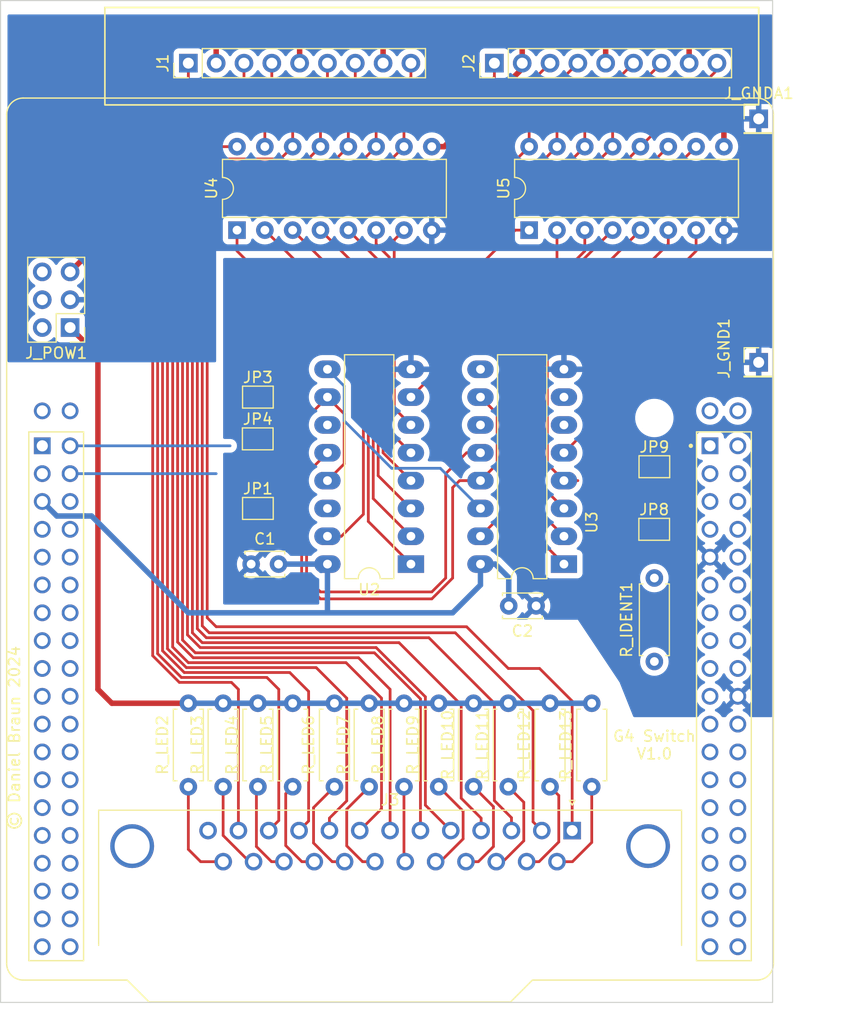
<source format=kicad_pcb>
(kicad_pcb (version 20221018) (generator pcbnew)
  (layers (0 "F.Cu" signal) (31 "B.Cu" signal) (34 "B.Paste" user) (35 "F.Paste" user) (36 "B.SilkS" user "B.Silkscreen") (37 "F.SilkS" user "F.Silkscreen") (38 "B.Mask" user) (39 "F.Mask" user) (44 "Edge.Cuts" user))
  (net 0 "")
  (net 1 "GND")
  (net 2 "5VCPU")
  (net 3 "3V3")
  (net 4 "12V")
  (net 5 "5V")
  (net 6 "GS0")
  (net 7 "GS1")
  (net 8 "GS2")
  (net 9 "GS3")
  (net 12 "GS4")
  (net 13 "GS5")
  (net 14 "GS6")
  (net 15 "GS7")
  (net 16 "GS8")
  (net 18 "GS9")
  (net 19 "GS10")
  (net 20 "GS11")
  (net 21 "GS13")
  (net 22 "GS12")
  (net 24 "Net-(J3-P14)")
  (net 25 "Net-(J3-P15)")
  (net 26 "Net-(J3-P16)")
  (net 27 "Net-(J3-P17)")
  (net 28 "Net-(J3-P18)")
  (net 29 "Net-(J3-P19)")
  (net 30 "Net-(J3-P20)")
  (net 31 "Net-(J3-P21)")
  (net 32 "Net-(J3-P22)")
  (net 33 "5VCPU_IN")
  (net 34 "SPI3_SCK")
  (net 35 "SPI3_MOSI")
  (net 36 "SWDIO")
  (net 39 "SWDCLK")
  (net 41 "I2C1_SCL")
  (net 43 "I2C1_SDA")
  (net 44 "ADC2_IN1")
  (net 45 "ADC2_IN2")
  (net 50 "PWM_2_1")
  (net 52 "PWM_3_0")
  (net 54 "ADC2_IN8")
  (net 56 "ADC2_IN7")
  (net 57 "PWM_1_1")
  (net 58 "ADC2_IN6")
  (net 59 "I2C3_SDA")
  (net 60 "I2C3_SCL")
  (net 62 "PWM_2_0")
  (net 63 "LD2")
  (net 64 "CAN_TX")
  (net 67 "ADC2_IN3")
  (net 68 "CAN_RX")
  (net 69 "ADC2_IN4")
  (net 70 "TIM2_CH4")
  (net 71 "PWM_0_1")
  (net 75 "EECS")
  (net 76 "PWM_0_0")
  (net 77 "PWM_3_1")
  (net 78 "TIM2_CH3")
  (net 79 "SPI2_MOSI")
  (net 80 "SPI2_MISO")
  (net 81 "SPI2_SCK")
  (net 83 "SWO")
  (net 84 "PWM_1_0")
  (net 86 "ADC2_IN5")
  (net 87 "Net-(J3-P23)")
  (net 90 "Net-(J3-P24)")
  (net 91 "Net-(J3-P25)")
  (net 92 "ASENSE")
  (net 93 "S_VALID")
  (net 94 "S_CLR")
  (net 95 "POW_CTRL")
  (net 96 "Net-(JP8-A)")
  (net 97 "GNDA")
  (net 98 "S_IN")
  (net 99 "Net-(U2-QB)")
  (net 100 "Net-(U2-QC)")
  (net 101 "Net-(U2-QD)")
  (net 102 "Net-(U2-QE)")
  (net 103 "Net-(U2-QF)")
  (net 104 "SPI3_CLK")
  (net 105 "Net-(JP1-B)")
  (net 106 "Net-(U2-QA)")
  (net 107 "SER0")
  (net 108 "SER1")
  (net 109 "SER2")
  (net 110 "SER3")
  (net 111 "Net-(U3-QB)")
  (net 112 "Net-(U3-QC)")
  (net 113 "Net-(U3-QD)")
  (net 114 "Net-(U3-QE)")
  (net 115 "Net-(U3-QF)")
  (net 116 "Net-(U3-QA)")
  (net 117 "Net-(U2-QG)")
  (net 118 "Net-(U2-QH)")
  (net 119 "Net-(U2-QH')")
  (footprint "Jumper:SolderJumper-2_P1.3mm_Open_Pad1.0x1.5mm" (layer "F.Cu") (at 115.555 83.82)
    (fp_text reference "JP4")
    (fp_text value "SolderJumper_2_Open" hide)
  )
  (footprint "Resistor_THT:R_Axial_DIN0207_L6.3mm_D2.5mm_P7.62mm_Horizontal" (layer "F.Cu") (at 109.22 115.57 90)
    (fp_text reference "R_LED2")
    (fp_text value "~")
  )
  (footprint "Resistor_THT:R_Axial_DIN0207_L6.3mm_D2.5mm_P7.62mm_Horizontal" (layer "F.Cu") (at 151.765 96.52 -90)
    (fp_text reference "R_IDENT1")
    (fp_text value "~")
  )
  (footprint "Jumper:SolderJumper-2_P1.3mm_Open_Pad1.0x1.5mm" (layer "F.Cu") (at 115.57 80.01)
    (fp_text reference "JP3")
    (fp_text value "SolderJumper_2_Open" hide)
  )
  (footprint "Resistor_THT:R_Axial_DIN0207_L6.3mm_D2.5mm_P7.62mm_Horizontal" (layer "F.Cu") (at 142.24 115.57 90)
    (fp_text reference "R_LED12")
    (fp_text value "~")
  )
  (footprint "Resistor_THT:R_Axial_DIN0207_L6.3mm_D2.5mm_P7.62mm_Horizontal" (layer "F.Cu") (at 115.57 115.57 90)
    (fp_text reference "R_LED4")
    (fp_text value "~")
  )
  (footprint "Package_DIP:DIP-16_W7.62mm" (layer "F.Cu") (at 140.335 64.77 90)
    (fp_text reference "U5")
    (fp_text value "ULN2003A")
  )
  (footprint "Resistor_THT:R_Axial_DIN0207_L6.3mm_D2.5mm_P7.62mm_Horizontal" (layer "F.Cu") (at 128.905 115.57 90)
    (fp_text reference "R_LED8")
    (fp_text value "~")
  )
  (footprint "G4Lib:MODULE_NUCLEO-G491RE20noar" (layer "F.Cu") (at 127.635 93.965)
    (fp_text reference "U1" hide)
    (fp_text value "NUCLEO-G491RE" hide)
  )
  (footprint "Connector_Dsub:DSUB-25_Female_Horizontal_P2.77x2.84mm_EdgePinOffset7.70mm_Housed_MountingHolesOffset9.12mm" (layer "F.Cu") (at 144.26 119.569669)
    (fp_text reference "J3")
    (fp_text value "DB25_Plug")
  )
  (footprint "Connector_PinHeader_2.54mm:PinHeader_1x01_P2.54mm_Vertical" (layer "F.Cu") (at 161.29 54.61)
    (fp_text reference "J_GNDA1")
    (fp_text value "Conn_01x01_Female")
  )
  (footprint "Capacitor_THT:C_Disc_D3.4mm_W2.1mm_P2.50mm" (layer "F.Cu") (at 114.955 95.25)
    (fp_text reference "C1")
    (fp_text value "C")
  )
  (footprint "Resistor_THT:R_Axial_DIN0207_L6.3mm_D2.5mm_P7.62mm_Horizontal" (layer "F.Cu") (at 132.08 115.57 90)
    (fp_text reference "R_LED9")
    (fp_text value "~")
  )
  (footprint "Jumper:SolderJumper-2_P1.3mm_Open_Pad1.0x1.5mm" (layer "F.Cu") (at 151.765 86.36)
    (fp_text reference "JP9")
    (fp_text value "SolderJumper_2_Open" hide)
  )
  (footprint "Jumper:SolderJumper-2_P1.3mm_Open_Pad1.0x1.5mm" (layer "F.Cu") (at 151.75 92.075)
    (fp_text reference "JP8")
    (fp_text value "SolderJumper_2_Open" hide)
  )
  (footprint "Connector_PinHeader_2.54mm:PinHeader_1x09_P2.54mm_Vertical" (layer "F.Cu") (at 137.16 49.53 90)
    (fp_text reference "J2")
    (fp_text value "Conn_01x09_Socket" hide)
  )
  (footprint "Capacitor_THT:C_Disc_D3.4mm_W2.1mm_P2.50mm" (layer "F.Cu") (at 140.97 99.06 180)
    (fp_text reference "C2")
    (fp_text value "C")
  )
  (footprint "Package_DIP:DIP-16_W7.62mm_LongPads" (layer "F.Cu") (at 129.54 95.25 180)
    (fp_text reference "U2")
    (fp_text value "74HC594")
  )
  (footprint "Package_DIP:DIP-16_W7.62mm_LongPads" (layer "F.Cu") (at 143.51 95.25 180)
    (fp_text reference "U3")
    (fp_text value "74HC594")
  )
  (footprint "Resistor_THT:R_Axial_DIN0207_L6.3mm_D2.5mm_P7.62mm_Horizontal" (layer "F.Cu") (at 146.05 115.57 90)
    (fp_text reference "R_LED13")
    (fp_text value "~")
  )
  (footprint "Resistor_THT:R_Axial_DIN0207_L6.3mm_D2.5mm_P7.62mm_Horizontal" (layer "F.Cu") (at 118.745 115.57 90)
    (fp_text reference "R_LED5")
    (fp_text value "~")
  )
  (footprint "Resistor_THT:R_Axial_DIN0207_L6.3mm_D2.5mm_P7.62mm_Horizontal" (layer "F.Cu") (at 135.255 115.57 90)
    (fp_text reference "R_LED10")
    (fp_text value "~")
  )
  (footprint "Resistor_THT:R_Axial_DIN0207_L6.3mm_D2.5mm_P7.62mm_Horizontal" (layer "F.Cu") (at 125.73 115.57 90)
    (fp_text reference "R_LED7")
    (fp_text value "~")
  )
  (footprint "Resistor_THT:R_Axial_DIN0207_L6.3mm_D2.5mm_P7.62mm_Horizontal" (layer "F.Cu") (at 138.43 115.57 90)
    (fp_text reference "R_LED11")
    (fp_text value "~")
  )
  (footprint "Jumper:SolderJumper-2_P1.3mm_Open_Pad1.0x1.5mm" (layer "F.Cu") (at 115.57 90.17)
    (fp_text reference "JP1")
    (fp_text value "SolderJumper_2_Open" hide)
  )
  (footprint "Connector_PinHeader_2.54mm:PinHeader_1x09_P2.54mm_Vertical" (layer "F.Cu") (at 109.22 49.53 90)
    (fp_text reference "J1")
    (fp_text value "Conn_01x09_Socket" hide)
  )
  (footprint "Connector_PinHeader_2.54mm:PinHeader_2x03_P2.54mm_Vertical" (layer "F.Cu") (at 98.425 73.66 180)
    (fp_text reference "J_POW1")
    (fp_text value "Conn_02x03_Odd_Even" hide)
  )
  (footprint "Resistor_THT:R_Axial_DIN0207_L6.3mm_D2.5mm_P7.62mm_Horizontal" (layer "F.Cu") (at 122.555 115.57 90)
    (fp_text reference "R_LED6")
    (fp_text value "~")
  )
  (footprint "Resistor_THT:R_Axial_DIN0207_L6.3mm_D2.5mm_P7.62mm_Horizontal" (layer "F.Cu") (at 112.395 115.57 90)
    (fp_text reference "R_LED3")
    (fp_text value "~")
  )
  (footprint "Connector_PinHeader_2.54mm:PinHeader_1x01_P2.54mm_Vertical" (layer "F.Cu") (at 161.29 76.835)
    (fp_text reference "J_GND1")
    (fp_text value "Conn_01x01_Female" hide)
  )
  (footprint "Package_DIP:DIP-16_W7.62mm" (layer "F.Cu") (at 113.665 64.77 90)
    (fp_text reference "U4")
    (fp_text value "ULN2003A")
  )
  (gr_rect (start 101.6 44.45) (end 161.29 53.34) (stroke (width 0.15)) (fill none) (layer "F.SilkS"))
  (gr_rect (start 92.075 43.815) (end 162.56 135.255) (stroke (width 0.1)) (fill none) (layer "Edge.Cuts"))
  (gr_text "© Daniel Braun 2024" (at 93.345 111.125 90) (layer "F.SilkS") (effects (font (size 1 1))))
  (gr_text "G4 Switch\nV1.0\n" (at 151.765 111.76) (layer "F.SilkS") (effects (font (size 1 1))))
  (segment (start 138.47 96.48) (end 137.24 95.25) (width 0.5) (layer "B.Cu") (net 3))
  (segment (start 97.21 90.86) (end 99.695 90.86) (width 0.5) (layer "B.Cu") (net 3))
  (segment (start 121.92 95.25) (end 121.92 99.695) (width 0.5) (layer "B.Cu") (net 3))
  (segment (start 137.24 95.25) (end 135.89 95.25) (width 0.5) (layer "B.Cu") (net 3))
  (segment (start 138.47 96.48) (end 138.47 99.06) (width 0.5) (layer "B.Cu") (net 3))
  (segment (start 95.885 89.535) (end 97.21 90.86) (width 0.5) (layer "B.Cu") (net 3))
  (segment (start 109.22 99.695) (end 100.385 90.86) (width 0.5) (layer "B.Cu") (net 3))
  (segment (start 121.92 95.25) (end 121.34 95.83) (width 0.5) (layer "B.Cu") (net 3))
  (segment (start 121.92 95.25) (end 117.455 95.25) (width 0.5) (layer "B.Cu") (net 3))
  (segment (start 99.695 90.86) (end 99.805 90.86) (width 0.5) (layer "B.Cu") (net 3))
  (segment (start 135.89 95.25) (end 135.89 97.155) (width 0.5) (layer "B.Cu") (net 3))
  (segment (start 121.92 99.695) (end 109.22 99.695) (width 0.5) (layer "B.Cu") (net 3))
  (segment (start 135.89 97.155) (end 133.35 99.695) (width 0.5) (layer "B.Cu") (net 3))
  (segment (start 100.385 90.86) (end 99.695 90.86) (width 0.5) (layer "B.Cu") (net 3))
  (segment (start 133.35 99.695) (end 121.92 99.695) (width 0.5) (layer "B.Cu") (net 3))
  (segment (start 139.7 49.53) (end 139.7 46.355) (width 0.5) (layer "F.Cu") (net 4))
  (segment (start 159.385 46.355) (end 160.655 47.625) (width 0.5) (layer "F.Cu") (net 4))
  (segment (start 158.115 57.15) (end 158.115 53.34) (width 0.5) (layer "F.Cu") (net 4))
  (segment (start 127 46.355) (end 139.7 46.355) (width 0.5) (layer "F.Cu") (net 4))
  (segment (start 147.32 49.53) (end 147.32 46.355) (width 0.5) (layer "F.Cu") (net 4))
  (segment (start 119.38 49.53) (end 119.38 46.355) (width 0.5) (layer "F.Cu") (net 4))
  (segment (start 101.6 65.405) (end 98.425 68.58) (width 0.5) (layer "F.Cu") (net 4))
  (segment (start 119.38 46.355) (end 127 46.355) (width 0.5) (layer "F.Cu") (net 4))
  (segment (start 139.7 46.355) (end 147.32 46.355) (width 0.5) (layer "F.Cu") (net 4))
  (segment (start 158.115 53.34) (end 160.655 50.8) (width 0.5) (layer "F.Cu") (net 4))
  (segment (start 139.7 50.02637) (end 139.7 49.53) (width 0.5) (layer "F.Cu") (net 4))
  (segment (start 154.94 49.53) (end 154.94 46.355) (width 0.5) (layer "F.Cu") (net 4))
  (segment (start 111.76 46.355) (end 105.41 46.355) (width 0.5) (layer "F.Cu") (net 4))
  (segment (start 127 49.53) (end 127 46.355) (width 0.5) (layer "F.Cu") (net 4))
  (segment (start 111.76 46.355) (end 119.38 46.355) (width 0.5) (layer "F.Cu") (net 4))
  (segment (start 132.57637 57.15) (end 139.7 50.02637) (width 0.5) (layer "F.Cu") (net 4))
  (segment (start 154.94 46.355) (end 159.385 46.355) (width 0.5) (layer "F.Cu") (net 4))
  (segment (start 160.655 47.625) (end 160.655 50.8) (width 0.5) (layer "F.Cu") (net 4))
  (segment (start 105.41 46.355) (end 101.6 50.165) (width 0.5) (layer "F.Cu") (net 4))
  (segment (start 111.76 49.53) (end 111.76 46.355) (width 0.5) (layer "F.Cu") (net 4))
  (segment (start 131.445 57.15) (end 132.57637 57.15) (width 0.5) (layer "F.Cu") (net 4))
  (segment (start 101.6 50.165) (end 101.6 65.405) (width 0.5) (layer "F.Cu") (net 4))
  (segment (start 147.32 46.355) (end 154.94 46.355) (width 0.5) (layer "F.Cu") (net 4))
  (segment (start 100.965 106.68) (end 102.235 107.95) (width 0.5) (layer "F.Cu") (net 5))
  (segment (start 98.425 73.66) (end 100.965 76.2) (width 0.5) (layer "F.Cu") (net 5))
  (segment (start 100.965 76.2) (end 100.965 106.68) (width 0.5) (layer "F.Cu") (net 5))
  (segment (start 102.235 107.95) (end 109.22 107.95) (width 0.5) (layer "F.Cu") (net 5))
  (segment (start 109.22 107.95) (end 146.05 107.95) (width 0.5) (layer "B.Cu") (net 5))
  (segment (start 109.22 50.165) (end 109.22 54.61) (width 0.25) (layer "F.Cu") (net 6))
  (segment (start 109.22 54.61) (end 111.76 57.15) (width 0.25) (layer "F.Cu") (net 6))
  (segment (start 111.76 57.15) (end 113.665 57.15) (width 0.25) (layer "F.Cu") (net 6))
  (segment (start 114.3 52.705) (end 116.205 54.61) (width 0.25) (layer "F.Cu") (net 7))
  (segment (start 114.3 49.53) (end 114.3 52.705) (width 0.25) (layer "F.Cu") (net 7))
  (segment (start 116.205 54.61) (end 116.205 57.15) (width 0.25) (layer "F.Cu") (net 7))
  (segment (start 113.79 106.68) (end 113.155 106.045) (width 0.25) (layer "F.Cu") (net 8))
  (segment (start 113.79 119.569669) (end 113.79 106.68) (width 0.25) (layer "F.Cu") (net 8))
  (segment (start 105.965 61.675) (end 109.365 58.275) (width 0.25) (layer "F.Cu") (net 8))
  (segment (start 105.965 103.611396) (end 105.965 61.675) (width 0.25) (layer "F.Cu") (net 8))
  (segment (start 109.365 58.275) (end 117.62 58.275) (width 0.25) (layer "F.Cu") (net 8))
  (segment (start 117.62 58.275) (end 118.745 57.15) (width 0.25) (layer "F.Cu") (net 8))
  (segment (start 113.155 106.045) (end 108.398604 106.045) (width 0.25) (layer "F.Cu") (net 8))
  (segment (start 116.84 52.07) (end 118.745 53.975) (width 0.25) (layer "F.Cu") (net 8))
  (segment (start 108.398604 106.045) (end 105.965 103.611396) (width 0.25) (layer "F.Cu") (net 8))
  (segment (start 116.84 49.53) (end 116.84 52.07) (width 0.25) (layer "F.Cu") (net 8))
  (segment (start 118.745 53.975) (end 118.745 57.15) (width 0.25) (layer "F.Cu") (net 8))
  (segment (start 119.71 58.725) (end 109.551396 58.725) (width 0.25) (layer "F.Cu") (net 9))
  (segment (start 117.475 118.654669) (end 116.56 119.569669) (width 0.25) (layer "F.Cu") (net 9))
  (segment (start 108.585 105.595) (end 116.39 105.595) (width 0.25) (layer "F.Cu") (net 9))
  (segment (start 121.285 57.15) (end 119.71 58.725) (width 0.25) (layer "F.Cu") (net 9))
  (segment (start 106.415 103.425) (end 108.585 105.595) (width 0.25) (layer "F.Cu") (net 9))
  (segment (start 116.39 105.595) (end 117.475 106.68) (width 0.25) (layer "F.Cu") (net 9))
  (segment (start 109.551396 58.725) (end 106.415 61.861396) (width 0.25) (layer "F.Cu") (net 9))
  (segment (start 106.415 61.861396) (end 106.415 103.425) (width 0.25) (layer "F.Cu") (net 9))
  (segment (start 121.92 49.53) (end 121.92 53.34) (width 0.25) (layer "F.Cu") (net 9))
  (segment (start 117.475 106.68) (end 117.475 118.654669) (width 0.25) (layer "F.Cu") (net 9))
  (segment (start 121.92 53.34) (end 121.285 53.975) (width 0.25) (layer "F.Cu") (net 9))
  (segment (start 121.285 53.975) (end 121.285 57.15) (width 0.25) (layer "F.Cu") (net 9))
  (segment (start 108.847208 105.145) (end 118.48 105.145) (width 0.25) (layer "F.Cu") (net 12))
  (segment (start 106.865 62.047792) (end 106.865 103.162792) (width 0.25) (layer "F.Cu") (net 12))
  (segment (start 123.825 53.34) (end 123.825 57.15) (width 0.25) (layer "F.Cu") (net 12))
  (segment (start 106.865 103.162792) (end 108.847208 105.145) (width 0.25) (layer "F.Cu") (net 12))
  (segment (start 120.2 106.865) (end 120.2 118.699669) (width 0.25) (layer "F.Cu") (net 12))
  (segment (start 124.46 52.705) (end 123.825 53.34) (width 0.25) (layer "F.Cu") (net 12))
  (segment (start 124.46 49.53) (end 124.46 52.705) (width 0.25) (layer "F.Cu") (net 12))
  (segment (start 121.8 59.175) (end 109.737792 59.175) (width 0.25) (layer "F.Cu") (net 12))
  (segment (start 123.825 57.15) (end 121.8 59.175) (width 0.25) (layer "F.Cu") (net 12))
  (segment (start 109.737792 59.175) (end 106.865 62.047792) (width 0.25) (layer "F.Cu") (net 12))
  (segment (start 120.2 118.699669) (end 119.33 119.569669) (width 0.25) (layer "F.Cu") (net 12))
  (segment (start 118.48 105.145) (end 120.2 106.865) (width 0.25) (layer "F.Cu") (net 12))
  (segment (start 107.315 102.976396) (end 109.033604 104.695) (width 0.25) (layer "F.Cu") (net 13))
  (segment (start 109.033604 104.695) (end 120.89099 104.695) (width 0.25) (layer "F.Cu") (net 13))
  (segment (start 123.68 116.858299) (end 122.1 118.438299) (width 0.25) (layer "F.Cu") (net 13))
  (segment (start 120.89099 104.695) (end 123.68 107.484009) (width 0.25) (layer "F.Cu") (net 13))
  (segment (start 123.825 59.69) (end 109.859188 59.69) (width 0.25) (layer "F.Cu") (net 13))
  (segment (start 122.1 118.438299) (end 122.1 119.569669) (width 0.25) (layer "F.Cu") (net 13))
  (segment (start 126.365 57.15) (end 123.825 59.69) (width 0.25) (layer "F.Cu") (net 13))
  (segment (start 123.68 107.484009) (end 123.68 116.858299) (width 0.25) (layer "F.Cu") (net 13))
  (segment (start 109.859188 59.69) (end 107.317094 62.232094) (width 0.25) (layer "F.Cu") (net 13))
  (segment (start 126.365 57.15) (end 126.365 53.975) (width 0.25) (layer "F.Cu") (net 13))
  (segment (start 107.317094 64.132906) (end 107.315 64.135) (width 0.25) (layer "F.Cu") (net 13))
  (segment (start 107.317094 62.232094) (end 107.317094 64.132906) (width 0.25) (layer "F.Cu") (net 13))
  (segment (start 129.54 50.8) (end 126.365 53.975) (width 0.25) (layer "F.Cu") (net 13))
  (segment (start 107.315 64.135) (end 107.315 102.976396) (width 0.25) (layer "F.Cu") (net 13))
  (segment (start 129.54 49.53) (end 129.54 50.8) (width 0.25) (layer "F.Cu") (net 13))
  (segment (start 137.16 50.8) (end 137.16 49.53) (width 0.25) (layer "F.Cu") (net 14))
  (segment (start 126.855 107.484009) (end 126.855 117.584669) (width 0.25) (layer "F.Cu") (net 14))
  (segment (start 134.62 53.34) (end 137.16 50.8) (width 0.25) (layer "F.Cu") (net 14))
  (segment (start 130.175 53.34) (end 134.62 53.34) (width 0.25) (layer "F.Cu") (net 14))
  (segment (start 128.905 57.15) (end 125.915 60.14) (width 0.25) (layer "F.Cu") (net 14))
  (segment (start 123.615992 104.245) (end 126.855 107.484009) (width 0.25) (layer "F.Cu") (net 14))
  (segment (start 128.905 54.61) (end 130.175 53.34) (width 0.25) (layer "F.Cu") (net 14))
  (segment (start 107.79 62.395584) (end 107.79 102.815) (width 0.25) (layer "F.Cu") (net 14))
  (segment (start 125.915 60.14) (end 110.045584 60.14) (width 0.25) (layer "F.Cu") (net 14))
  (segment (start 109.22 104.245) (end 123.615992 104.245) (width 0.25) (layer "F.Cu") (net 14))
  (segment (start 128.905 57.15) (end 128.905 54.61) (width 0.25) (layer "F.Cu") (net 14))
  (segment (start 126.855 117.584669) (end 124.87 119.569669) (width 0.25) (layer "F.Cu") (net 14))
  (segment (start 107.79 102.815) (end 109.22 104.245) (width 0.25) (layer "F.Cu") (net 14))
  (segment (start 110.045584 60.14) (end 107.79 62.395584) (width 0.25) (layer "F.Cu") (net 14))
  (segment (start 127.64 106.685) (end 127.64 119.569669) (width 0.25) (layer "F.Cu") (net 15))
  (segment (start 124.75 103.795) (end 127.64 106.685) (width 0.25) (layer "F.Cu") (net 15))
  (segment (start 108.24 62.58198) (end 108.24 102.366396) (width 0.25) (layer "F.Cu") (net 15))
  (segment (start 140.335 57.15) (end 136.895 60.59) (width 0.25) (layer "F.Cu") (net 15))
  (segment (start 108.24 102.366396) (end 109.668604 103.795) (width 0.25) (layer "F.Cu") (net 15))
  (segment (start 140.335 57.15) (end 140.335 51.435) (width 0.25) (layer "F.Cu") (net 15))
  (segment (start 109.668604 103.795) (end 124.75 103.795) (width 0.25) (layer "F.Cu") (net 15))
  (segment (start 140.335 51.435) (end 142.24 49.53) (width 0.25) (layer "F.Cu") (net 15))
  (segment (start 110.23198 60.59) (end 108.24 62.58198) (width 0.25) (layer "F.Cu") (net 15))
  (segment (start 136.895 60.59) (end 110.23198 60.59) (width 0.25) (layer "F.Cu") (net 15))
  (segment (start 126.205 103.345) (end 130.41 107.55) (width 0.25) (layer "F.Cu") (net 16))
  (segment (start 142.875 57.15) (end 142.875 51.435) (width 0.25) (layer "F.Cu") (net 16))
  (segment (start 142.875 51.435) (end 144.78 49.53) (width 0.25) (layer "F.Cu") (net 16))
  (segment (start 108.69 62.768376) (end 108.69 102.18) (width 0.25) (layer "F.Cu") (net 16))
  (segment (start 130.41 107.55) (end 130.41 119.569669) (width 0.25) (layer "F.Cu") (net 16))
  (segment (start 142.875 57.15) (end 138.985 61.04) (width 0.25) (layer "F.Cu") (net 16))
  (segment (start 110.418376 61.04) (end 108.69 62.768376) (width 0.25) (layer "F.Cu") (net 16))
  (segment (start 109.855 103.345) (end 126.205 103.345) (width 0.25) (layer "F.Cu") (net 16))
  (segment (start 108.69 102.18) (end 109.855 103.345) (width 0.25) (layer "F.Cu") (net 16))
  (segment (start 138.985 61.04) (end 110.418376 61.04) (width 0.25) (layer "F.Cu") (net 16))
  (segment (start 109.14 62.954772) (end 110.604772 61.49) (width 0.25) (layer "F.Cu") (net 18))
  (segment (start 110.604772 61.49) (end 141.075 61.49) (width 0.25) (layer "F.Cu") (net 18))
  (segment (start 145.415 53.975) (end 149.86 49.53) (width 0.25) (layer "F.Cu") (net 18))
  (segment (start 130.86 117.249669) (end 130.86 107.363604) (width 0.25) (layer "F.Cu") (net 18))
  (segment (start 145.415 57.15) (end 145.415 53.975) (width 0.25) (layer "F.Cu") (net 18))
  (segment (start 126.365698 102.869302) (end 126.365 102.87) (width 0.25) (layer "F.Cu") (net 18))
  (segment (start 130.86 107.363604) (end 126.365698 102.869302) (width 0.25) (layer "F.Cu") (net 18))
  (segment (start 133.18 119.569669) (end 130.86 117.249669) (width 0.25) (layer "F.Cu") (net 18))
  (segment (start 110.303604 102.87) (end 109.14 101.706396) (width 0.25) (layer "F.Cu") (net 18))
  (segment (start 109.14 101.706396) (end 109.14 62.954772) (width 0.25) (layer "F.Cu") (net 18))
  (segment (start 126.365 102.87) (end 110.303604 102.87) (width 0.25) (layer "F.Cu") (net 18))
  (segment (start 141.075 61.49) (end 145.415 57.15) (width 0.25) (layer "F.Cu") (net 18))
  (segment (start 147.955 53.975) (end 152.4 49.53) (width 0.25) (layer "F.Cu") (net 19))
  (segment (start 135.95 118.438299) (end 135.95 119.569669) (width 0.25) (layer "F.Cu") (net 19))
  (segment (start 147.955 57.15) (end 143.165 61.94) (width 0.25) (layer "F.Cu") (net 19))
  (segment (start 110.49 102.42) (end 128.455 102.42) (width 0.25) (layer "F.Cu") (net 19))
  (segment (start 110.791168 61.94) (end 109.59 63.141168) (width 0.25) (layer "F.Cu") (net 19))
  (segment (start 134.13 116.618299) (end 135.95 118.438299) (width 0.25) (layer "F.Cu") (net 19))
  (segment (start 109.59 101.52) (end 110.49 102.42) (width 0.25) (layer "F.Cu") (net 19))
  (segment (start 147.955 57.15) (end 147.955 53.975) (width 0.25) (layer "F.Cu") (net 19))
  (segment (start 134.13 108.095) (end 134.13 116.618299) (width 0.25) (layer "F.Cu") (net 19))
  (segment (start 143.165 61.94) (end 110.791168 61.94) (width 0.25) (layer "F.Cu") (net 19))
  (segment (start 109.59 63.141168) (end 109.59 101.52) (width 0.25) (layer "F.Cu") (net 19))
  (segment (start 128.455 102.42) (end 134.13 108.095) (width 0.25) (layer "F.Cu") (net 19))
  (segment (start 110.04 63.327564) (end 110.977564 62.39) (width 0.25) (layer "F.Cu") (net 20))
  (segment (start 110.04 101.15) (end 110.04 63.327564) (width 0.25) (layer "F.Cu") (net 20))
  (segment (start 110.86 101.97) (end 110.04 101.15) (width 0.25) (layer "F.Cu") (net 20))
  (segment (start 138.72 118.398604) (end 137.16 116.838604) (width 0.25) (layer "F.Cu") (net 20))
  (segment (start 110.977564 62.39) (end 145.255 62.39) (width 0.25) (layer "F.Cu") (net 20))
  (segment (start 145.255 62.39) (end 150.495 57.15) (width 0.25) (layer "F.Cu") (net 20))
  (segment (start 137.16 116.838604) (end 137.16 107.95) (width 0.25) (layer "F.Cu") (net 20))
  (segment (start 150.495 57.15) (end 157.48 50.165) (width 0.25) (layer "F.Cu") (net 20))
  (segment (start 137.16 107.95) (end 131.18 101.97) (width 0.25) (layer "F.Cu") (net 20))
  (segment (start 157.48 50.165) (end 157.48 49.53) (width 0.25) (layer "F.Cu") (net 20))
  (segment (start 138.72 119.569669) (end 138.72 118.398604) (width 0.25) (layer "F.Cu") (net 20))
  (segment (start 131.18 101.97) (end 110.86 101.97) (width 0.25) (layer "F.Cu") (net 20))
  (segment (start 144.26 107.750991) (end 144.26 119.569669) (width 0.25) (layer "F.Cu") (net 21))
  (segment (start 110.94 64.135) (end 110.94 100.145) (width 0.25) (layer "F.Cu") (net 21))
  (segment (start 141.284008 104.775) (end 144.26 107.750991) (width 0.25) (layer "F.Cu") (net 21))
  (segment (start 111.76 63.315) (end 110.94 64.135) (width 0.25) (layer "F.Cu") (net 21))
  (segment (start 134.62 100.965) (end 138.43 104.775) (width 0.25) (layer "F.Cu") (net 21))
  (segment (start 111.76 100.965) (end 134.62 100.965) (width 0.25) (layer "F.Cu") (net 21))
  (segment (start 110.94 100.145) (end 111.76 100.965) (width 0.25) (layer "F.Cu") (net 21))
  (segment (start 138.43 104.775) (end 141.284008 104.775) (width 0.25) (layer "F.Cu") (net 21))
  (segment (start 149.41 63.315) (end 111.76 63.315) (width 0.25) (layer "F.Cu") (net 21))
  (segment (start 155.575 57.15) (end 149.41 63.315) (width 0.25) (layer "F.Cu") (net 21))
  (segment (start 110.49 100.885) (end 111.125 101.52) (width 0.25) (layer "F.Cu") (net 22))
  (segment (start 147.32 62.865) (end 111.13896 62.865) (width 0.25) (layer "F.Cu") (net 22))
  (segment (start 140.690001 118.76967) (end 141.49 119.569669) (width 0.25) (layer "F.Cu") (net 22))
  (segment (start 133.590991 101.52) (end 140.690001 108.61901) (width 0.25) (layer "F.Cu") (net 22))
  (segment (start 111.125 101.52) (end 133.590991 101.52) (width 0.25) (layer "F.Cu") (net 22))
  (segment (start 110.49 63.51396) (end 110.49 100.885) (width 0.25) (layer "F.Cu") (net 22))
  (segment (start 111.13896 62.865) (end 110.49 63.51396) (width 0.25) (layer "F.Cu") (net 22))
  (segment (start 140.690001 108.61901) (end 140.690001 118.76967) (width 0.25) (layer "F.Cu") (net 22))
  (segment (start 153.035 57.15) (end 147.32 62.865) (width 0.25) (layer "F.Cu") (net 22))
  (segment (start 146.05 115.57) (end 146.05 120.65) (width 0.25) (layer "F.Cu") (net 24))
  (segment (start 144.290331 122.409669) (end 142.875 122.409669) (width 0.25) (layer "F.Cu") (net 24))
  (segment (start 146.05 120.65) (end 144.290331 122.409669) (width 0.25) (layer "F.Cu") (net 24))
  (segment (start 142.24 115.57) (end 143.039999 116.369999) (width 0.25) (layer "F.Cu") (net 25))
  (segment (start 143.039999 116.369999) (end 143.039999 120.60604) (width 0.25) (layer "F.Cu") (net 25))
  (segment (start 141.23637 122.409669) (end 140.105 122.409669) (width 0.25) (layer "F.Cu") (net 25))
  (segment (start 143.039999 120.60604) (end 141.23637 122.409669) (width 0.25) (layer "F.Cu") (net 25))
  (segment (start 137.940331 122.409669) (end 137.335 122.409669) (width 0.25) (layer "F.Cu") (net 26))
  (segment (start 138.43 115.57) (end 139.845 116.985) (width 0.25) (layer "F.Cu") (net 26))
  (segment (start 139.845 120.505) (end 137.940331 122.409669) (width 0.25) (layer "F.Cu") (net 26))
  (segment (start 139.845 116.985) (end 139.845 120.505) (width 0.25) (layer "F.Cu") (net 26))
  (segment (start 135.69637 122.409669) (end 134.565 122.409669) (width 0.25) (layer "F.Cu") (net 27))
  (segment (start 135.255 115.57) (end 137.075 117.39) (width 0.25) (layer "F.Cu") (net 27))
  (segment (start 137.075 117.39) (end 137.075 121.031039) (width 0.25) (layer "F.Cu") (net 27))
  (segment (start 137.075 121.031039) (end 135.69637 122.409669) (width 0.25) (layer "F.Cu") (net 27))
  (segment (start 134.305 117.795) (end 134.305 120.33) (width 0.25) (layer "F.Cu") (net 28))
  (segment (start 132.225331 122.409669) (end 131.795 122.409669) (width 0.25) (layer "F.Cu") (net 28))
  (segment (start 134.305 120.33) (end 132.225331 122.409669) (width 0.25) (layer "F.Cu") (net 28))
  (segment (start 132.08 115.57) (end 134.305 117.795) (width 0.25) (layer "F.Cu") (net 28))
  (segment (start 128.905 122.289669) (end 129.025 122.409669) (width 0.25) (layer "F.Cu") (net 29))
  (segment (start 128.905 115.57) (end 128.905 122.289669) (width 0.25) (layer "F.Cu") (net 29))
  (segment (start 126.255 122.409669) (end 125.12363 122.409669) (width 0.25) (layer "F.Cu") (net 30))
  (segment (start 123.68 117.62) (end 125.73 115.57) (width 0.25) (layer "F.Cu") (net 30))
  (segment (start 123.68 120.966039) (end 123.68 117.62) (width 0.25) (layer "F.Cu") (net 30))
  (segment (start 125.12363 122.409669) (end 123.68 120.966039) (width 0.25) (layer "F.Cu") (net 30))
  (segment (start 120.65 120.706039) (end 120.65 117.475) (width 0.25) (layer "F.Cu") (net 31))
  (segment (start 123.485 122.409669) (end 122.35363 122.409669) (width 0.25) (layer "F.Cu") (net 31))
  (segment (start 120.65 117.475) (end 122.555 115.57) (width 0.25) (layer "F.Cu") (net 31))
  (segment (start 122.35363 122.409669) (end 120.65 120.706039) (width 0.25) (layer "F.Cu") (net 31))
  (segment (start 118.11 120.936039) (end 118.11 116.205) (width 0.25) (layer "F.Cu") (net 32))
  (segment (start 119.58363 122.409669) (end 118.11 120.936039) (width 0.25) (layer "F.Cu") (net 32))
  (segment (start 118.11 116.205) (end 118.745 115.57) (width 0.25) (layer "F.Cu") (net 32))
  (segment (start 120.715 122.409669) (end 119.58363 122.409669) (width 0.25) (layer "F.Cu") (net 32))
  (segment (start 116.81363 122.409669) (end 115.435 121.031039) (width 0.25) (layer "F.Cu") (net 87))
  (segment (start 115.435 121.031039) (end 115.435 115.705) (width 0.25) (layer "F.Cu") (net 87))
  (segment (start 117.945 122.409669) (end 116.81363 122.409669) (width 0.25) (layer "F.Cu") (net 87))
  (segment (start 115.435 115.705) (end 115.57 115.57) (width 0.25) (layer "F.Cu") (net 87))
  (segment (start 112.395 115.57) (end 112.395 120.015) (width 0.25) (layer "F.Cu") (net 90))
  (segment (start 115.175 122.409669) (end 114.789669 122.409669) (width 0.25) (layer "F.Cu") (net 90))
  (segment (start 114.789669 122.409669) (end 112.395 120.015) (width 0.25) (layer "F.Cu") (net 90))
  (segment (start 112.405 122.409669) (end 110.344669 122.409669) (width 0.25) (layer "F.Cu") (net 91))
  (segment (start 109.22 115.57) (end 109.22 121.285) (width 0.25) (layer "F.Cu") (net 91))
  (segment (start 110.344669 122.409669) (end 109.22 121.285) (width 0.25) (layer "F.Cu") (net 91))
  (segment (start 134.62 85.09) (end 132.715 86.995) (width 0.25) (layer "F.Cu") (net 93))
  (segment (start 120.015 86.995) (end 120.015 96.52) (width 0.25) (layer "F.Cu") (net 93))
  (segment (start 135.89 85.09) (end 134.62 85.09) (width 0.25) (layer "F.Cu") (net 93))
  (segment (start 121.285 97.79) (end 131.445 97.79) (width 0.25) (layer "F.Cu") (net 93))
  (segment (start 132.715 86.995) (end 132.715 96.52) (width 0.25) (layer "F.Cu") (net 93))
  (segment (start 120.015 96.52) (end 121.285 97.79) (width 0.25) (layer "F.Cu") (net 93))
  (segment (start 132.715 96.52) (end 131.445 97.79) (width 0.25) (layer "F.Cu") (net 93))
  (segment (start 121.92 85.09) (end 120.015 86.995) (width 0.25) (layer "F.Cu") (net 93))
  (segment (start 98.425 84.455) (end 113.03 84.455) (width 0.25) (layer "B.Cu") (net 93))
  (segment (start 131.445 98.425) (end 133.35 96.52) (width 0.25) (layer "F.Cu") (net 94))
  (segment (start 133.35 96.52) (end 133.35 88.265) (width 0.25) (layer "F.Cu") (net 94))
  (segment (start 123.445 81.535) (end 121.92 80.01) (width 0.25) (layer "F.Cu") (net 94))
  (segment (start 119.565 96.706396) (end 121.283604 98.425) (width 0.25) (layer "F.Cu") (net 94))
  (segment (start 137.415 81.535) (end 135.89 80.01) (width 0.25) (layer "F.Cu") (net 94))
  (segment (start 119.565 82.365) (end 119.565 96.706396) (width 0.25) (layer "F.Cu") (net 94))
  (segment (start 133.985 87.63) (end 135.89 87.63) (width 0.25) (layer "F.Cu") (net 94))
  (segment (start 121.92 87.63) (end 123.445 86.105) (width 0.25) (layer "F.Cu") (net 94))
  (segment (start 133.35 88.265) (end 133.985 87.63) (width 0.25) (layer "F.Cu") (net 94))
  (segment (start 121.283604 98.425) (end 131.445 98.425) (width 0.25) (layer "F.Cu") (net 94))
  (segment (start 137.415 86.105) (end 137.415 81.535) (width 0.25) (layer "F.Cu") (net 94))
  (segment (start 135.89 87.63) (end 137.415 86.105) (width 0.25) (layer "F.Cu") (net 94))
  (segment (start 123.445 86.105) (end 123.445 81.535) (width 0.25) (layer "F.Cu") (net 94))
  (segment (start 121.92 80.01) (end 119.565 82.365) (width 0.25) (layer "F.Cu") (net 94))
  (segment (start 98.425 86.995) (end 111.76 86.995) (width 0.25) (layer "B.Cu") (net 94))
  (segment (start 120.015 68.58) (end 122.555 68.58) (width 0.25) (layer "F.Cu") (net 99))
  (segment (start 125.65 91.36) (end 129.54 95.25) (width 0.25) (layer "F.Cu") (net 99))
  (segment (start 122.555 68.58) (end 125.65 71.675) (width 0.25) (layer "F.Cu") (net 99))
  (segment (start 125.65 71.675) (end 125.65 91.36) (width 0.25) (layer "F.Cu") (net 99))
  (segment (start 116.205 64.77) (end 120.015 68.58) (width 0.25) (layer "F.Cu") (net 99))
  (segment (start 126.1 89.27) (end 129.54 92.71) (width 0.25) (layer "F.Cu") (net 100))
  (segment (start 118.745 64.77) (end 121.735 67.76) (width 0.25) (layer "F.Cu") (net 100))
  (segment (start 123.375 67.76) (end 126.1 70.485) (width 0.25) (layer "F.Cu") (net 100))
  (segment (start 126.1 70.485) (end 126.1 89.27) (width 0.25) (layer "F.Cu") (net 100))
  (segment (start 121.735 67.76) (end 123.375 67.76) (width 0.25) (layer "F.Cu") (net 100))
  (segment (start 126.55 87.18) (end 129.54 90.17) (width 0.25) (layer "F.Cu") (net 101))
  (segment (start 121.285 64.77) (end 126.55 70.035) (width 0.25) (layer "F.Cu") (net 101))
  (segment (start 126.55 70.035) (end 126.55 87.18) (width 0.25) (layer "F.Cu") (net 101))
  (segment (start 129.54 87.63) (end 127 85.09) (width 0.25) (layer "F.Cu") (net 102))
  (segment (start 127 67.945) (end 123.825 64.77) (width 0.25) (layer "F.Cu") (net 102))
  (segment (start 127 85.09) (end 127 67.945) (width 0.25) (layer "F.Cu") (net 102))
  (segment (start 126.365 66.04) (end 126.365 64.77) (width 0.25) (layer "F.Cu") (net 103))
  (segment (start 127.565 67.24) (end 126.365 66.04) (width 0.25) (layer "F.Cu") (net 103))
  (segment (start 129.54 85.09) (end 127.565 83.115) (width 0.25) (layer "F.Cu") (net 103))
  (segment (start 127.565 83.115) (end 127.565 67.24) (width 0.25) (layer "F.Cu") (net 103))
  (segment (start 113.665 64.77) (end 113.665 66.675) (width 0.25) (layer "F.Cu") (net 106))
  (segment (start 125.2 90.7) (end 123.19 92.71) (width 0.25) (layer "F.Cu") (net 106))
  (segment (start 125.2 72.39) (end 125.2 90.7) (width 0.25) (layer "F.Cu") (net 106))
  (segment (start 113.665 66.675) (end 116.205 69.215) (width 0.25) (layer "F.Cu") (net 106))
  (segment (start 116.205 69.215) (end 122.025 69.215) (width 0.25) (layer "F.Cu") (net 106))
  (segment (start 123.19 92.71) (end 121.92 92.71) (width 0.25) (layer "F.Cu") (net 106))
  (segment (start 122.025 69.215) (end 125.2 72.39) (width 0.25) (layer "F.Cu") (net 106))
  (segment (start 140.52 71.568604) (end 145.415 66.673604) (width 0.25) (layer "F.Cu") (net 111))
  (segment (start 140.52 92.26) (end 140.52 71.568604) (width 0.25) (layer "F.Cu") (net 111))
  (segment (start 145.415 66.673604) (end 145.415 64.77) (width 0.25) (layer "F.Cu") (net 111))
  (segment (start 143.51 95.25) (end 140.52 92.26) (width 0.25) (layer "F.Cu") (net 111))
  (segment (start 140.97 71.755) (end 147.955 64.77) (width 0.25) (layer "F.Cu") (net 112))
  (segment (start 143.51 92.71) (end 140.97 90.17) (width 0.25) (layer "F.Cu") (net 112))
  (segment (start 140.97 90.17) (end 140.97 71.755) (width 0.25) (layer "F.Cu") (net 112))
  (segment (start 143.51 90.17) (end 141.535 88.195) (width 0.25) (layer "F.Cu") (net 113))
  (segment (start 141.535 88.195) (end 141.535 72.457208) (width 0.25) (layer "F.Cu") (net 113))
  (segment (start 146.047208 67.945) (end 147.32 67.945) (width 0.25) (layer "F.Cu") (net 113))
  (segment (start 141.535 72.457208) (end 146.047208 67.945) (width 0.25) (layer "F.Cu") (net 113))
  (segment (start 147.32 67.945) (end 150.495 64.77) (width 0.25) (layer "F.Cu") (net 113))
  (segment (start 153.035 66.04) (end 153.035 64.77) (width 0.25) (layer "F.Cu") (net 114))
  (segment (start 141.985 72.643604) (end 146.048604 68.58) (width 0.25) (layer "F.Cu") (net 114))
  (segment (start 143.51 87.63) (end 141.985 86.105) (width 0.25) (layer "F.Cu") (net 114))
  (segment (start 146.048604 68.58) (end 150.495 68.58) (width 0.25) (layer "F.Cu") (net 114))
  (segment (start 141.985 86.105) (end 141.985 72.643604) (width 0.25) (layer "F.Cu") (net 114))
  (segment (start 143.51 87.63) (end 144.78 87.63) (width 0.25) (layer "F.Cu") (net 114))
  (segment (start 150.495 68.58) (end 153.035 66.04) (width 0.25) (layer "F.Cu") (net 114))
  (segment (start 147.32 69.215) (end 153.035 69.215) (width 0.25) (layer "F.Cu") (net 115))
  (segment (start 155.575 66.675) (end 155.575 64.77) (width 0.25) (layer "F.Cu") (net 115))
  (segment (start 146.05 82.55) (end 146.05 69.85) (width 0.25) (layer "F.Cu") (net 115))
  (segment (start 146.685 69.85) (end 146.05 69.85) (width 0.25) (layer "F.Cu") (net 115))
  (segment (start 143.51 85.09) (end 146.05 82.55) (width 0.25) (layer "F.Cu") (net 115))
  (segment (start 147.32 69.215) (end 146.685 69.85) (width 0.25) (layer "F.Cu") (net 115))
  (segment (start 153.035 69.215) (end 155.575 66.675) (width 0.25) (layer "F.Cu") (net 115))
  (segment (start 140.0175 88.5825) (end 140.0175 70.8025) (width 0.25) (layer "F.Cu") (net 116))
  (segment (start 135.89 92.71) (end 140.0175 88.5825) (width 0.25) (layer "F.Cu") (net 116))
  (segment (start 140.0175 70.8025) (end 142.875 67.945) (width 0.25) (layer "F.Cu") (net 116))
  (segment (start 142.875 67.945) (end 142.875 64.77) (width 0.25) (layer "F.Cu") (net 116))
  (segment (start 128.015 65.66) (end 128.905 64.77) (width 0.25) (layer "F.Cu") (net 117))
  (segment (start 128.015 81.025) (end 128.015 65.66) (width 0.25) (layer "F.Cu") (net 117))
  (segment (start 129.54 82.55) (end 128.015 81.025) (width 0.25) (layer "F.Cu") (net 117))
  (segment (start 132.715 71.12) (end 139.065 64.77) (width 0.25) (layer "F.Cu") (net 118))
  (segment (start 132.715 76.835) (end 132.715 71.12) (width 0.25) (layer "F.Cu") (net 118))
  (segment (start 129.54 80.01) (end 132.715 76.835) (width 0.25) (layer "F.Cu") (net 118))
  (segment (start 139.065 64.77) (end 140.335 64.77) (width 0.25) (layer "F.Cu") (net 118))
  (segment (start 121.92 77.47) (end 123.445 78.995) (width 0.25) (layer "B.Cu") (net 119))
  (segment (start 127.78 86.505) (end 132.225 86.505) (width 0.25) (layer "B.Cu") (net 119))
  (segment (start 132.225 86.505) (end 135.89 90.17) (width 0.25) (layer "B.Cu") (net 119))
  (segment (start 123.445 82.17) (end 127.78 86.505) (width 0.25) (layer "B.Cu") (net 119))
  (segment (start 123.445 78.995) (end 123.445 82.17) (width 0.25) (layer "B.Cu") (net 119))
  (zone (net 1) (net_name "GND") (layer "B.Cu") (priority 1) (connect_pads (clearance 0.5)) (min_thickness 0.25) (fill yes (thermal_gap 0.5) (thermal_bridge_width 0.5))
    (polygon (pts (xy 162.56 67.31) (xy 112.395 67.31) (xy 112.395 100.33) (xy 144.78 100.33) (xy 148.59 106.045) (xy 149.86 109.22) (xy 162.56 109.22)))
  )
  (zone (net 97) (net_name "GNDA") (layer "B.Cu") (connect_pads (clearance 0.5)) (min_thickness 0.25) (fill yes (thermal_gap 0.5) (thermal_bridge_width 0.5))
    (polygon (pts (xy 92.71 45.085) (xy 162.56 45.085) (xy 162.56 66.675) (xy 111.76 66.675) (xy 111.76 76.835) (xy 92.71 76.835)))
  )
)
</source>
